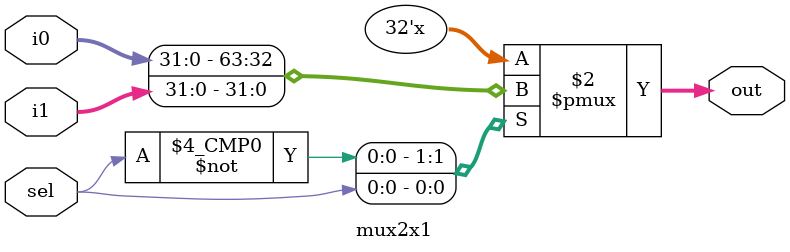
<source format=v>
module mux2x1 #(parameter N = 32)(input [N-1:0] i0, i1, input sel, output reg [N-1:0] out);
  
  always @ (*)
    case (sel)
      1'b0	:	out = i0;
      1'b1	:	out = i1;
      default:	out = i0;
    endcase
endmodule

</source>
